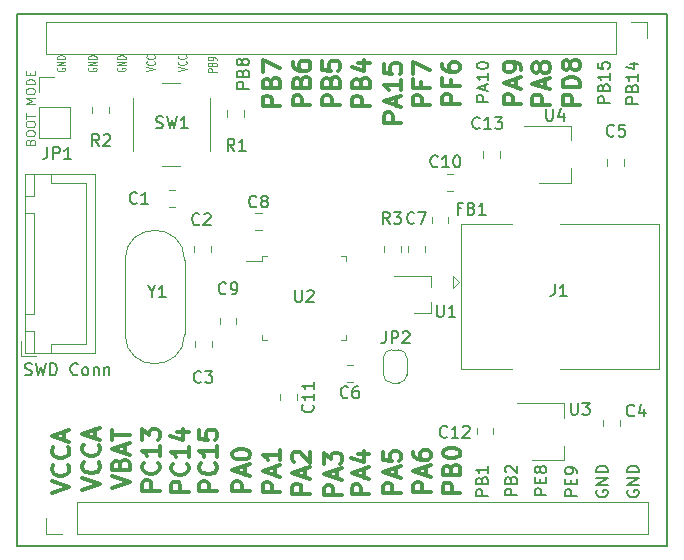
<source format=gto>
G04 #@! TF.GenerationSoftware,KiCad,Pcbnew,5.0.2-bee76a0~70~ubuntu18.04.1*
G04 #@! TF.CreationDate,2019-10-04T10:46:57+02:00*
G04 #@! TF.ProjectId,STM32F373_Dev_Board,53544d33-3246-4333-9733-5f4465765f42,rev?*
G04 #@! TF.SameCoordinates,PX9104060PY5859300*
G04 #@! TF.FileFunction,Legend,Top*
G04 #@! TF.FilePolarity,Positive*
%FSLAX46Y46*%
G04 Gerber Fmt 4.6, Leading zero omitted, Abs format (unit mm)*
G04 Created by KiCad (PCBNEW 5.0.2-bee76a0~70~ubuntu18.04.1) date Fr 04 Okt 2019 10:46:57 CEST*
%MOMM*%
%LPD*%
G01*
G04 APERTURE LIST*
%ADD10C,0.100000*%
%ADD11C,0.200000*%
%ADD12C,0.300000*%
%ADD13C,0.150000*%
%ADD14C,0.120000*%
G04 APERTURE END LIST*
D10*
X-50963572Y31850715D02*
X-50927858Y31957858D01*
X-50892143Y31993572D01*
X-50820715Y32029286D01*
X-50713572Y32029286D01*
X-50642143Y31993572D01*
X-50606429Y31957858D01*
X-50570715Y31886429D01*
X-50570715Y31600715D01*
X-51320715Y31600715D01*
X-51320715Y31850715D01*
X-51285000Y31922143D01*
X-51249286Y31957858D01*
X-51177858Y31993572D01*
X-51106429Y31993572D01*
X-51035000Y31957858D01*
X-50999286Y31922143D01*
X-50963572Y31850715D01*
X-50963572Y31600715D01*
X-51320715Y32493572D02*
X-51320715Y32636429D01*
X-51285000Y32707858D01*
X-51213572Y32779286D01*
X-51070715Y32815000D01*
X-50820715Y32815000D01*
X-50677858Y32779286D01*
X-50606429Y32707858D01*
X-50570715Y32636429D01*
X-50570715Y32493572D01*
X-50606429Y32422143D01*
X-50677858Y32350715D01*
X-50820715Y32315000D01*
X-51070715Y32315000D01*
X-51213572Y32350715D01*
X-51285000Y32422143D01*
X-51320715Y32493572D01*
X-51320715Y33279286D02*
X-51320715Y33422143D01*
X-51285000Y33493572D01*
X-51213572Y33565000D01*
X-51070715Y33600715D01*
X-50820715Y33600715D01*
X-50677858Y33565000D01*
X-50606429Y33493572D01*
X-50570715Y33422143D01*
X-50570715Y33279286D01*
X-50606429Y33207858D01*
X-50677858Y33136429D01*
X-50820715Y33100715D01*
X-51070715Y33100715D01*
X-51213572Y33136429D01*
X-51285000Y33207858D01*
X-51320715Y33279286D01*
X-51320715Y33815000D02*
X-51320715Y34243572D01*
X-50570715Y34029286D02*
X-51320715Y34029286D01*
X-50570715Y35065000D02*
X-51320715Y35065000D01*
X-50785000Y35315000D01*
X-51320715Y35565000D01*
X-50570715Y35565000D01*
X-51320715Y36065000D02*
X-51320715Y36207858D01*
X-51285000Y36279286D01*
X-51213572Y36350715D01*
X-51070715Y36386429D01*
X-50820715Y36386429D01*
X-50677858Y36350715D01*
X-50606429Y36279286D01*
X-50570715Y36207858D01*
X-50570715Y36065000D01*
X-50606429Y35993572D01*
X-50677858Y35922143D01*
X-50820715Y35886429D01*
X-51070715Y35886429D01*
X-51213572Y35922143D01*
X-51285000Y35993572D01*
X-51320715Y36065000D01*
X-50570715Y36707858D02*
X-51320715Y36707858D01*
X-51320715Y36886429D01*
X-51285000Y36993572D01*
X-51213572Y37065000D01*
X-51142143Y37100715D01*
X-50999286Y37136429D01*
X-50892143Y37136429D01*
X-50749286Y37100715D01*
X-50677858Y37065000D01*
X-50606429Y36993572D01*
X-50570715Y36886429D01*
X-50570715Y36707858D01*
X-50963572Y37457858D02*
X-50963572Y37707858D01*
X-50570715Y37815000D02*
X-50570715Y37457858D01*
X-51320715Y37457858D01*
X-51320715Y37815000D01*
X-48685000Y38109048D02*
X-48720715Y38061429D01*
X-48720715Y37990000D01*
X-48685000Y37918572D01*
X-48613572Y37870953D01*
X-48542143Y37847143D01*
X-48399286Y37823334D01*
X-48292143Y37823334D01*
X-48149286Y37847143D01*
X-48077858Y37870953D01*
X-48006429Y37918572D01*
X-47970715Y37990000D01*
X-47970715Y38037620D01*
X-48006429Y38109048D01*
X-48042143Y38132858D01*
X-48292143Y38132858D01*
X-48292143Y38037620D01*
X-47970715Y38347143D02*
X-48720715Y38347143D01*
X-47970715Y38632858D01*
X-48720715Y38632858D01*
X-47970715Y38870953D02*
X-48720715Y38870953D01*
X-48720715Y38990000D01*
X-48685000Y39061429D01*
X-48613572Y39109048D01*
X-48542143Y39132858D01*
X-48399286Y39156667D01*
X-48292143Y39156667D01*
X-48149286Y39132858D01*
X-48077858Y39109048D01*
X-48006429Y39061429D01*
X-47970715Y38990000D01*
X-47970715Y38870953D01*
X-46035000Y38109048D02*
X-46070715Y38061429D01*
X-46070715Y37990000D01*
X-46035000Y37918572D01*
X-45963572Y37870953D01*
X-45892143Y37847143D01*
X-45749286Y37823334D01*
X-45642143Y37823334D01*
X-45499286Y37847143D01*
X-45427858Y37870953D01*
X-45356429Y37918572D01*
X-45320715Y37990000D01*
X-45320715Y38037620D01*
X-45356429Y38109048D01*
X-45392143Y38132858D01*
X-45642143Y38132858D01*
X-45642143Y38037620D01*
X-45320715Y38347143D02*
X-46070715Y38347143D01*
X-45320715Y38632858D01*
X-46070715Y38632858D01*
X-45320715Y38870953D02*
X-46070715Y38870953D01*
X-46070715Y38990000D01*
X-46035000Y39061429D01*
X-45963572Y39109048D01*
X-45892143Y39132858D01*
X-45749286Y39156667D01*
X-45642143Y39156667D01*
X-45499286Y39132858D01*
X-45427858Y39109048D01*
X-45356429Y39061429D01*
X-45320715Y38990000D01*
X-45320715Y38870953D01*
X-43585000Y38109048D02*
X-43620715Y38061429D01*
X-43620715Y37990000D01*
X-43585000Y37918572D01*
X-43513572Y37870953D01*
X-43442143Y37847143D01*
X-43299286Y37823334D01*
X-43192143Y37823334D01*
X-43049286Y37847143D01*
X-42977858Y37870953D01*
X-42906429Y37918572D01*
X-42870715Y37990000D01*
X-42870715Y38037620D01*
X-42906429Y38109048D01*
X-42942143Y38132858D01*
X-43192143Y38132858D01*
X-43192143Y38037620D01*
X-42870715Y38347143D02*
X-43620715Y38347143D01*
X-42870715Y38632858D01*
X-43620715Y38632858D01*
X-42870715Y38870953D02*
X-43620715Y38870953D01*
X-43620715Y38990000D01*
X-43585000Y39061429D01*
X-43513572Y39109048D01*
X-43442143Y39132858D01*
X-43299286Y39156667D01*
X-43192143Y39156667D01*
X-43049286Y39132858D01*
X-42977858Y39109048D01*
X-42906429Y39061429D01*
X-42870715Y38990000D01*
X-42870715Y38870953D01*
X-41120715Y37873334D02*
X-40370715Y38040000D01*
X-41120715Y38206667D01*
X-40442143Y38659048D02*
X-40406429Y38635239D01*
X-40370715Y38563810D01*
X-40370715Y38516191D01*
X-40406429Y38444762D01*
X-40477858Y38397143D01*
X-40549286Y38373334D01*
X-40692143Y38349524D01*
X-40799286Y38349524D01*
X-40942143Y38373334D01*
X-41013572Y38397143D01*
X-41085000Y38444762D01*
X-41120715Y38516191D01*
X-41120715Y38563810D01*
X-41085000Y38635239D01*
X-41049286Y38659048D01*
X-40442143Y39159048D02*
X-40406429Y39135239D01*
X-40370715Y39063810D01*
X-40370715Y39016191D01*
X-40406429Y38944762D01*
X-40477858Y38897143D01*
X-40549286Y38873334D01*
X-40692143Y38849524D01*
X-40799286Y38849524D01*
X-40942143Y38873334D01*
X-41013572Y38897143D01*
X-41085000Y38944762D01*
X-41120715Y39016191D01*
X-41120715Y39063810D01*
X-41085000Y39135239D01*
X-41049286Y39159048D01*
X-38470715Y37873334D02*
X-37720715Y38040000D01*
X-38470715Y38206667D01*
X-37792143Y38659048D02*
X-37756429Y38635239D01*
X-37720715Y38563810D01*
X-37720715Y38516191D01*
X-37756429Y38444762D01*
X-37827858Y38397143D01*
X-37899286Y38373334D01*
X-38042143Y38349524D01*
X-38149286Y38349524D01*
X-38292143Y38373334D01*
X-38363572Y38397143D01*
X-38435000Y38444762D01*
X-38470715Y38516191D01*
X-38470715Y38563810D01*
X-38435000Y38635239D01*
X-38399286Y38659048D01*
X-37792143Y39159048D02*
X-37756429Y39135239D01*
X-37720715Y39063810D01*
X-37720715Y39016191D01*
X-37756429Y38944762D01*
X-37827858Y38897143D01*
X-37899286Y38873334D01*
X-38042143Y38849524D01*
X-38149286Y38849524D01*
X-38292143Y38873334D01*
X-38363572Y38897143D01*
X-38435000Y38944762D01*
X-38470715Y39016191D01*
X-38470715Y39063810D01*
X-38435000Y39135239D01*
X-38399286Y39159048D01*
X-35183215Y37770953D02*
X-35933215Y37770953D01*
X-35933215Y37961429D01*
X-35897500Y38009048D01*
X-35861786Y38032858D01*
X-35790358Y38056667D01*
X-35683215Y38056667D01*
X-35611786Y38032858D01*
X-35576072Y38009048D01*
X-35540358Y37961429D01*
X-35540358Y37770953D01*
X-35576072Y38437620D02*
X-35540358Y38509048D01*
X-35504643Y38532858D01*
X-35433215Y38556667D01*
X-35326072Y38556667D01*
X-35254643Y38532858D01*
X-35218929Y38509048D01*
X-35183215Y38461429D01*
X-35183215Y38270953D01*
X-35933215Y38270953D01*
X-35933215Y38437620D01*
X-35897500Y38485239D01*
X-35861786Y38509048D01*
X-35790358Y38532858D01*
X-35718929Y38532858D01*
X-35647500Y38509048D01*
X-35611786Y38485239D01*
X-35576072Y38437620D01*
X-35576072Y38270953D01*
X-35183215Y38794762D02*
X-35183215Y38890000D01*
X-35218929Y38937620D01*
X-35254643Y38961429D01*
X-35361786Y39009048D01*
X-35504643Y39032858D01*
X-35790358Y39032858D01*
X-35861786Y39009048D01*
X-35897500Y38985239D01*
X-35933215Y38937620D01*
X-35933215Y38842381D01*
X-35897500Y38794762D01*
X-35861786Y38770953D01*
X-35790358Y38747143D01*
X-35611786Y38747143D01*
X-35540358Y38770953D01*
X-35504643Y38794762D01*
X-35468929Y38842381D01*
X-35468929Y38937620D01*
X-35504643Y38985239D01*
X-35540358Y39009048D01*
X-35611786Y39032858D01*
D11*
X-32457620Y36351905D02*
X-33457620Y36351905D01*
X-33457620Y36732858D01*
X-33410000Y36828096D01*
X-33362381Y36875715D01*
X-33267143Y36923334D01*
X-33124286Y36923334D01*
X-33029048Y36875715D01*
X-32981429Y36828096D01*
X-32933810Y36732858D01*
X-32933810Y36351905D01*
X-32981429Y37685239D02*
X-32933810Y37828096D01*
X-32886191Y37875715D01*
X-32790953Y37923334D01*
X-32648096Y37923334D01*
X-32552858Y37875715D01*
X-32505239Y37828096D01*
X-32457620Y37732858D01*
X-32457620Y37351905D01*
X-33457620Y37351905D01*
X-33457620Y37685239D01*
X-33410000Y37780477D01*
X-33362381Y37828096D01*
X-33267143Y37875715D01*
X-33171905Y37875715D01*
X-33076667Y37828096D01*
X-33029048Y37780477D01*
X-32981429Y37685239D01*
X-32981429Y37351905D01*
X-33029048Y38494762D02*
X-33076667Y38399524D01*
X-33124286Y38351905D01*
X-33219524Y38304286D01*
X-33267143Y38304286D01*
X-33362381Y38351905D01*
X-33410000Y38399524D01*
X-33457620Y38494762D01*
X-33457620Y38685239D01*
X-33410000Y38780477D01*
X-33362381Y38828096D01*
X-33267143Y38875715D01*
X-33219524Y38875715D01*
X-33124286Y38828096D01*
X-33076667Y38780477D01*
X-33029048Y38685239D01*
X-33029048Y38494762D01*
X-32981429Y38399524D01*
X-32933810Y38351905D01*
X-32838572Y38304286D01*
X-32648096Y38304286D01*
X-32552858Y38351905D01*
X-32505239Y38399524D01*
X-32457620Y38494762D01*
X-32457620Y38685239D01*
X-32505239Y38780477D01*
X-32552858Y38828096D01*
X-32648096Y38875715D01*
X-32838572Y38875715D01*
X-32933810Y38828096D01*
X-32981429Y38780477D01*
X-33029048Y38685239D01*
X-1907620Y35125715D02*
X-2907620Y35125715D01*
X-2907620Y35506667D01*
X-2860000Y35601905D01*
X-2812381Y35649524D01*
X-2717143Y35697143D01*
X-2574286Y35697143D01*
X-2479048Y35649524D01*
X-2431429Y35601905D01*
X-2383810Y35506667D01*
X-2383810Y35125715D01*
X-2431429Y36459048D02*
X-2383810Y36601905D01*
X-2336191Y36649524D01*
X-2240953Y36697143D01*
X-2098096Y36697143D01*
X-2002858Y36649524D01*
X-1955239Y36601905D01*
X-1907620Y36506667D01*
X-1907620Y36125715D01*
X-2907620Y36125715D01*
X-2907620Y36459048D01*
X-2860000Y36554286D01*
X-2812381Y36601905D01*
X-2717143Y36649524D01*
X-2621905Y36649524D01*
X-2526667Y36601905D01*
X-2479048Y36554286D01*
X-2431429Y36459048D01*
X-2431429Y36125715D01*
X-1907620Y37649524D02*
X-1907620Y37078096D01*
X-1907620Y37363810D02*
X-2907620Y37363810D01*
X-2764762Y37268572D01*
X-2669524Y37173334D01*
X-2621905Y37078096D01*
X-2907620Y38554286D02*
X-2907620Y38078096D01*
X-2431429Y38030477D01*
X-2479048Y38078096D01*
X-2526667Y38173334D01*
X-2526667Y38411429D01*
X-2479048Y38506667D01*
X-2431429Y38554286D01*
X-2336191Y38601905D01*
X-2098096Y38601905D01*
X-2002858Y38554286D01*
X-1955239Y38506667D01*
X-1907620Y38411429D01*
X-1907620Y38173334D01*
X-1955239Y38078096D01*
X-2002858Y38030477D01*
D12*
X-29781429Y34882858D02*
X-31281429Y34882858D01*
X-31281429Y35454286D01*
X-31210000Y35597143D01*
X-31138572Y35668572D01*
X-30995715Y35740000D01*
X-30781429Y35740000D01*
X-30638572Y35668572D01*
X-30567143Y35597143D01*
X-30495715Y35454286D01*
X-30495715Y34882858D01*
X-30567143Y36882858D02*
X-30495715Y37097143D01*
X-30424286Y37168572D01*
X-30281429Y37240000D01*
X-30067143Y37240000D01*
X-29924286Y37168572D01*
X-29852858Y37097143D01*
X-29781429Y36954286D01*
X-29781429Y36382858D01*
X-31281429Y36382858D01*
X-31281429Y36882858D01*
X-31210000Y37025715D01*
X-31138572Y37097143D01*
X-30995715Y37168572D01*
X-30852858Y37168572D01*
X-30710000Y37097143D01*
X-30638572Y37025715D01*
X-30567143Y36882858D01*
X-30567143Y36382858D01*
X-31281429Y37740000D02*
X-31281429Y38740000D01*
X-29781429Y38097143D01*
X-27231429Y34932858D02*
X-28731429Y34932858D01*
X-28731429Y35504286D01*
X-28660000Y35647143D01*
X-28588572Y35718572D01*
X-28445715Y35790000D01*
X-28231429Y35790000D01*
X-28088572Y35718572D01*
X-28017143Y35647143D01*
X-27945715Y35504286D01*
X-27945715Y34932858D01*
X-28017143Y36932858D02*
X-27945715Y37147143D01*
X-27874286Y37218572D01*
X-27731429Y37290000D01*
X-27517143Y37290000D01*
X-27374286Y37218572D01*
X-27302858Y37147143D01*
X-27231429Y37004286D01*
X-27231429Y36432858D01*
X-28731429Y36432858D01*
X-28731429Y36932858D01*
X-28660000Y37075715D01*
X-28588572Y37147143D01*
X-28445715Y37218572D01*
X-28302858Y37218572D01*
X-28160000Y37147143D01*
X-28088572Y37075715D01*
X-28017143Y36932858D01*
X-28017143Y36432858D01*
X-28731429Y38575715D02*
X-28731429Y38290000D01*
X-28660000Y38147143D01*
X-28588572Y38075715D01*
X-28374286Y37932858D01*
X-28088572Y37861429D01*
X-27517143Y37861429D01*
X-27374286Y37932858D01*
X-27302858Y38004286D01*
X-27231429Y38147143D01*
X-27231429Y38432858D01*
X-27302858Y38575715D01*
X-27374286Y38647143D01*
X-27517143Y38718572D01*
X-27874286Y38718572D01*
X-28017143Y38647143D01*
X-28088572Y38575715D01*
X-28160000Y38432858D01*
X-28160000Y38147143D01*
X-28088572Y38004286D01*
X-28017143Y37932858D01*
X-27874286Y37861429D01*
X-24731429Y34932858D02*
X-26231429Y34932858D01*
X-26231429Y35504286D01*
X-26160000Y35647143D01*
X-26088572Y35718572D01*
X-25945715Y35790000D01*
X-25731429Y35790000D01*
X-25588572Y35718572D01*
X-25517143Y35647143D01*
X-25445715Y35504286D01*
X-25445715Y34932858D01*
X-25517143Y36932858D02*
X-25445715Y37147143D01*
X-25374286Y37218572D01*
X-25231429Y37290000D01*
X-25017143Y37290000D01*
X-24874286Y37218572D01*
X-24802858Y37147143D01*
X-24731429Y37004286D01*
X-24731429Y36432858D01*
X-26231429Y36432858D01*
X-26231429Y36932858D01*
X-26160000Y37075715D01*
X-26088572Y37147143D01*
X-25945715Y37218572D01*
X-25802858Y37218572D01*
X-25660000Y37147143D01*
X-25588572Y37075715D01*
X-25517143Y36932858D01*
X-25517143Y36432858D01*
X-26231429Y38647143D02*
X-26231429Y37932858D01*
X-25517143Y37861429D01*
X-25588572Y37932858D01*
X-25660000Y38075715D01*
X-25660000Y38432858D01*
X-25588572Y38575715D01*
X-25517143Y38647143D01*
X-25374286Y38718572D01*
X-25017143Y38718572D01*
X-24874286Y38647143D01*
X-24802858Y38575715D01*
X-24731429Y38432858D01*
X-24731429Y38075715D01*
X-24802858Y37932858D01*
X-24874286Y37861429D01*
X-22181429Y34882858D02*
X-23681429Y34882858D01*
X-23681429Y35454286D01*
X-23610000Y35597143D01*
X-23538572Y35668572D01*
X-23395715Y35740000D01*
X-23181429Y35740000D01*
X-23038572Y35668572D01*
X-22967143Y35597143D01*
X-22895715Y35454286D01*
X-22895715Y34882858D01*
X-22967143Y36882858D02*
X-22895715Y37097143D01*
X-22824286Y37168572D01*
X-22681429Y37240000D01*
X-22467143Y37240000D01*
X-22324286Y37168572D01*
X-22252858Y37097143D01*
X-22181429Y36954286D01*
X-22181429Y36382858D01*
X-23681429Y36382858D01*
X-23681429Y36882858D01*
X-23610000Y37025715D01*
X-23538572Y37097143D01*
X-23395715Y37168572D01*
X-23252858Y37168572D01*
X-23110000Y37097143D01*
X-23038572Y37025715D01*
X-22967143Y36882858D01*
X-22967143Y36382858D01*
X-23181429Y38525715D02*
X-22181429Y38525715D01*
X-23752858Y38168572D02*
X-22681429Y37811429D01*
X-22681429Y38740000D01*
X-19531429Y33475715D02*
X-21031429Y33475715D01*
X-21031429Y34047143D01*
X-20960000Y34190000D01*
X-20888572Y34261429D01*
X-20745715Y34332858D01*
X-20531429Y34332858D01*
X-20388572Y34261429D01*
X-20317143Y34190000D01*
X-20245715Y34047143D01*
X-20245715Y33475715D01*
X-19960000Y34904286D02*
X-19960000Y35618572D01*
X-19531429Y34761429D02*
X-21031429Y35261429D01*
X-19531429Y35761429D01*
X-19531429Y37047143D02*
X-19531429Y36190000D01*
X-19531429Y36618572D02*
X-21031429Y36618572D01*
X-20817143Y36475715D01*
X-20674286Y36332858D01*
X-20602858Y36190000D01*
X-21031429Y38404286D02*
X-21031429Y37690000D01*
X-20317143Y37618572D01*
X-20388572Y37690000D01*
X-20460000Y37832858D01*
X-20460000Y38190000D01*
X-20388572Y38332858D01*
X-20317143Y38404286D01*
X-20174286Y38475715D01*
X-19817143Y38475715D01*
X-19674286Y38404286D01*
X-19602858Y38332858D01*
X-19531429Y38190000D01*
X-19531429Y37832858D01*
X-19602858Y37690000D01*
X-19674286Y37618572D01*
X-17081429Y34940000D02*
X-18581429Y34940000D01*
X-18581429Y35511429D01*
X-18510000Y35654286D01*
X-18438572Y35725715D01*
X-18295715Y35797143D01*
X-18081429Y35797143D01*
X-17938572Y35725715D01*
X-17867143Y35654286D01*
X-17795715Y35511429D01*
X-17795715Y34940000D01*
X-17867143Y36940000D02*
X-17867143Y36440000D01*
X-17081429Y36440000D02*
X-18581429Y36440000D01*
X-18581429Y37154286D01*
X-18581429Y37582858D02*
X-18581429Y38582858D01*
X-17081429Y37940000D01*
X-14581429Y35040000D02*
X-16081429Y35040000D01*
X-16081429Y35611429D01*
X-16010000Y35754286D01*
X-15938572Y35825715D01*
X-15795715Y35897143D01*
X-15581429Y35897143D01*
X-15438572Y35825715D01*
X-15367143Y35754286D01*
X-15295715Y35611429D01*
X-15295715Y35040000D01*
X-15367143Y37040000D02*
X-15367143Y36540000D01*
X-14581429Y36540000D02*
X-16081429Y36540000D01*
X-16081429Y37254286D01*
X-16081429Y38468572D02*
X-16081429Y38182858D01*
X-16010000Y38040000D01*
X-15938572Y37968572D01*
X-15724286Y37825715D01*
X-15438572Y37754286D01*
X-14867143Y37754286D01*
X-14724286Y37825715D01*
X-14652858Y37897143D01*
X-14581429Y38040000D01*
X-14581429Y38325715D01*
X-14652858Y38468572D01*
X-14724286Y38540000D01*
X-14867143Y38611429D01*
X-15224286Y38611429D01*
X-15367143Y38540000D01*
X-15438572Y38468572D01*
X-15510000Y38325715D01*
X-15510000Y38040000D01*
X-15438572Y37897143D01*
X-15367143Y37825715D01*
X-15224286Y37754286D01*
D11*
X-12157620Y35247143D02*
X-13157620Y35247143D01*
X-13157620Y35628096D01*
X-13110000Y35723334D01*
X-13062381Y35770953D01*
X-12967143Y35818572D01*
X-12824286Y35818572D01*
X-12729048Y35770953D01*
X-12681429Y35723334D01*
X-12633810Y35628096D01*
X-12633810Y35247143D01*
X-12443334Y36199524D02*
X-12443334Y36675715D01*
X-12157620Y36104286D02*
X-13157620Y36437620D01*
X-12157620Y36770953D01*
X-12157620Y37628096D02*
X-12157620Y37056667D01*
X-12157620Y37342381D02*
X-13157620Y37342381D01*
X-13014762Y37247143D01*
X-12919524Y37151905D01*
X-12871905Y37056667D01*
X-13157620Y38247143D02*
X-13157620Y38342381D01*
X-13110000Y38437620D01*
X-13062381Y38485239D01*
X-12967143Y38532858D01*
X-12776667Y38580477D01*
X-12538572Y38580477D01*
X-12348096Y38532858D01*
X-12252858Y38485239D01*
X-12205239Y38437620D01*
X-12157620Y38342381D01*
X-12157620Y38247143D01*
X-12205239Y38151905D01*
X-12252858Y38104286D01*
X-12348096Y38056667D01*
X-12538572Y38009048D01*
X-12776667Y38009048D01*
X-12967143Y38056667D01*
X-13062381Y38104286D01*
X-13110000Y38151905D01*
X-13157620Y38247143D01*
D12*
X-9381429Y35040000D02*
X-10881429Y35040000D01*
X-10881429Y35611429D01*
X-10810000Y35754286D01*
X-10738572Y35825715D01*
X-10595715Y35897143D01*
X-10381429Y35897143D01*
X-10238572Y35825715D01*
X-10167143Y35754286D01*
X-10095715Y35611429D01*
X-10095715Y35040000D01*
X-9810000Y36468572D02*
X-9810000Y37182858D01*
X-9381429Y36325715D02*
X-10881429Y36825715D01*
X-9381429Y37325715D01*
X-9381429Y37897143D02*
X-9381429Y38182858D01*
X-9452858Y38325715D01*
X-9524286Y38397143D01*
X-9738572Y38540000D01*
X-10024286Y38611429D01*
X-10595715Y38611429D01*
X-10738572Y38540000D01*
X-10810000Y38468572D01*
X-10881429Y38325715D01*
X-10881429Y38040000D01*
X-10810000Y37897143D01*
X-10738572Y37825715D01*
X-10595715Y37754286D01*
X-10238572Y37754286D01*
X-10095715Y37825715D01*
X-10024286Y37897143D01*
X-9952858Y38040000D01*
X-9952858Y38325715D01*
X-10024286Y38468572D01*
X-10095715Y38540000D01*
X-10238572Y38611429D01*
X-6931429Y34990000D02*
X-8431429Y34990000D01*
X-8431429Y35561429D01*
X-8360000Y35704286D01*
X-8288572Y35775715D01*
X-8145715Y35847143D01*
X-7931429Y35847143D01*
X-7788572Y35775715D01*
X-7717143Y35704286D01*
X-7645715Y35561429D01*
X-7645715Y34990000D01*
X-7360000Y36418572D02*
X-7360000Y37132858D01*
X-6931429Y36275715D02*
X-8431429Y36775715D01*
X-6931429Y37275715D01*
X-7788572Y37990000D02*
X-7860000Y37847143D01*
X-7931429Y37775715D01*
X-8074286Y37704286D01*
X-8145715Y37704286D01*
X-8288572Y37775715D01*
X-8360000Y37847143D01*
X-8431429Y37990000D01*
X-8431429Y38275715D01*
X-8360000Y38418572D01*
X-8288572Y38490000D01*
X-8145715Y38561429D01*
X-8074286Y38561429D01*
X-7931429Y38490000D01*
X-7860000Y38418572D01*
X-7788572Y38275715D01*
X-7788572Y37990000D01*
X-7717143Y37847143D01*
X-7645715Y37775715D01*
X-7502858Y37704286D01*
X-7217143Y37704286D01*
X-7074286Y37775715D01*
X-7002858Y37847143D01*
X-6931429Y37990000D01*
X-6931429Y38275715D01*
X-7002858Y38418572D01*
X-7074286Y38490000D01*
X-7217143Y38561429D01*
X-7502858Y38561429D01*
X-7645715Y38490000D01*
X-7717143Y38418572D01*
X-7788572Y38275715D01*
X-4381429Y34982858D02*
X-5881429Y34982858D01*
X-5881429Y35554286D01*
X-5810000Y35697143D01*
X-5738572Y35768572D01*
X-5595715Y35840000D01*
X-5381429Y35840000D01*
X-5238572Y35768572D01*
X-5167143Y35697143D01*
X-5095715Y35554286D01*
X-5095715Y34982858D01*
X-4381429Y36482858D02*
X-5881429Y36482858D01*
X-5881429Y36840000D01*
X-5810000Y37054286D01*
X-5667143Y37197143D01*
X-5524286Y37268572D01*
X-5238572Y37340000D01*
X-5024286Y37340000D01*
X-4738572Y37268572D01*
X-4595715Y37197143D01*
X-4452858Y37054286D01*
X-4381429Y36840000D01*
X-4381429Y36482858D01*
X-5238572Y38197143D02*
X-5310000Y38054286D01*
X-5381429Y37982858D01*
X-5524286Y37911429D01*
X-5595715Y37911429D01*
X-5738572Y37982858D01*
X-5810000Y38054286D01*
X-5881429Y38197143D01*
X-5881429Y38482858D01*
X-5810000Y38625715D01*
X-5738572Y38697143D01*
X-5595715Y38768572D01*
X-5524286Y38768572D01*
X-5381429Y38697143D01*
X-5310000Y38625715D01*
X-5238572Y38482858D01*
X-5238572Y38197143D01*
X-5167143Y38054286D01*
X-5095715Y37982858D01*
X-4952858Y37911429D01*
X-4667143Y37911429D01*
X-4524286Y37982858D01*
X-4452858Y38054286D01*
X-4381429Y38197143D01*
X-4381429Y38482858D01*
X-4452858Y38625715D01*
X-4524286Y38697143D01*
X-4667143Y38768572D01*
X-4952858Y38768572D01*
X-5095715Y38697143D01*
X-5167143Y38625715D01*
X-5238572Y38482858D01*
D11*
X492380Y35075715D02*
X-507620Y35075715D01*
X-507620Y35456667D01*
X-460000Y35551905D01*
X-412381Y35599524D01*
X-317143Y35647143D01*
X-174286Y35647143D01*
X-79048Y35599524D01*
X-31429Y35551905D01*
X16190Y35456667D01*
X16190Y35075715D01*
X-31429Y36409048D02*
X16190Y36551905D01*
X63809Y36599524D01*
X159047Y36647143D01*
X301904Y36647143D01*
X397142Y36599524D01*
X444761Y36551905D01*
X492380Y36456667D01*
X492380Y36075715D01*
X-507620Y36075715D01*
X-507620Y36409048D01*
X-460000Y36504286D01*
X-412381Y36551905D01*
X-317143Y36599524D01*
X-221905Y36599524D01*
X-126667Y36551905D01*
X-79048Y36504286D01*
X-31429Y36409048D01*
X-31429Y36075715D01*
X492380Y37599524D02*
X492380Y37028096D01*
X492380Y37313810D02*
X-507620Y37313810D01*
X-364762Y37218572D01*
X-269524Y37123334D01*
X-221905Y37028096D01*
X-174286Y38456667D02*
X492380Y38456667D01*
X-555239Y38218572D02*
X159047Y37980477D01*
X159047Y38599524D01*
X-360000Y2328096D02*
X-407620Y2232858D01*
X-407620Y2090000D01*
X-360000Y1947143D01*
X-264762Y1851905D01*
X-169524Y1804286D01*
X20952Y1756667D01*
X163809Y1756667D01*
X354285Y1804286D01*
X449523Y1851905D01*
X544761Y1947143D01*
X592380Y2090000D01*
X592380Y2185239D01*
X544761Y2328096D01*
X497142Y2375715D01*
X163809Y2375715D01*
X163809Y2185239D01*
X592380Y2804286D02*
X-407620Y2804286D01*
X592380Y3375715D01*
X-407620Y3375715D01*
X592380Y3851905D02*
X-407620Y3851905D01*
X-407620Y4090000D01*
X-360000Y4232858D01*
X-264762Y4328096D01*
X-169524Y4375715D01*
X20952Y4423334D01*
X163809Y4423334D01*
X354285Y4375715D01*
X449523Y4328096D01*
X544761Y4232858D01*
X592380Y4090000D01*
X592380Y3851905D01*
X-3010000Y2328096D02*
X-3057620Y2232858D01*
X-3057620Y2090000D01*
X-3010000Y1947143D01*
X-2914762Y1851905D01*
X-2819524Y1804286D01*
X-2629048Y1756667D01*
X-2486191Y1756667D01*
X-2295715Y1804286D01*
X-2200477Y1851905D01*
X-2105239Y1947143D01*
X-2057620Y2090000D01*
X-2057620Y2185239D01*
X-2105239Y2328096D01*
X-2152858Y2375715D01*
X-2486191Y2375715D01*
X-2486191Y2185239D01*
X-2057620Y2804286D02*
X-3057620Y2804286D01*
X-2057620Y3375715D01*
X-3057620Y3375715D01*
X-2057620Y3851905D02*
X-3057620Y3851905D01*
X-3057620Y4090000D01*
X-3010000Y4232858D01*
X-2914762Y4328096D01*
X-2819524Y4375715D01*
X-2629048Y4423334D01*
X-2486191Y4423334D01*
X-2295715Y4375715D01*
X-2200477Y4328096D01*
X-2105239Y4232858D01*
X-2057620Y4090000D01*
X-2057620Y3851905D01*
X-4657620Y1849524D02*
X-5657620Y1849524D01*
X-5657620Y2230477D01*
X-5610000Y2325715D01*
X-5562381Y2373334D01*
X-5467143Y2420953D01*
X-5324286Y2420953D01*
X-5229048Y2373334D01*
X-5181429Y2325715D01*
X-5133810Y2230477D01*
X-5133810Y1849524D01*
X-5181429Y2849524D02*
X-5181429Y3182858D01*
X-4657620Y3325715D02*
X-4657620Y2849524D01*
X-5657620Y2849524D01*
X-5657620Y3325715D01*
X-4657620Y3801905D02*
X-4657620Y3992381D01*
X-4705239Y4087620D01*
X-4752858Y4135239D01*
X-4895715Y4230477D01*
X-5086191Y4278096D01*
X-5467143Y4278096D01*
X-5562381Y4230477D01*
X-5610000Y4182858D01*
X-5657620Y4087620D01*
X-5657620Y3897143D01*
X-5610000Y3801905D01*
X-5562381Y3754286D01*
X-5467143Y3706667D01*
X-5229048Y3706667D01*
X-5133810Y3754286D01*
X-5086191Y3801905D01*
X-5038572Y3897143D01*
X-5038572Y4087620D01*
X-5086191Y4182858D01*
X-5133810Y4230477D01*
X-5229048Y4278096D01*
X-7257620Y1949524D02*
X-8257620Y1949524D01*
X-8257620Y2330477D01*
X-8210000Y2425715D01*
X-8162381Y2473334D01*
X-8067143Y2520953D01*
X-7924286Y2520953D01*
X-7829048Y2473334D01*
X-7781429Y2425715D01*
X-7733810Y2330477D01*
X-7733810Y1949524D01*
X-7781429Y2949524D02*
X-7781429Y3282858D01*
X-7257620Y3425715D02*
X-7257620Y2949524D01*
X-8257620Y2949524D01*
X-8257620Y3425715D01*
X-7829048Y3997143D02*
X-7876667Y3901905D01*
X-7924286Y3854286D01*
X-8019524Y3806667D01*
X-8067143Y3806667D01*
X-8162381Y3854286D01*
X-8210000Y3901905D01*
X-8257620Y3997143D01*
X-8257620Y4187620D01*
X-8210000Y4282858D01*
X-8162381Y4330477D01*
X-8067143Y4378096D01*
X-8019524Y4378096D01*
X-7924286Y4330477D01*
X-7876667Y4282858D01*
X-7829048Y4187620D01*
X-7829048Y3997143D01*
X-7781429Y3901905D01*
X-7733810Y3854286D01*
X-7638572Y3806667D01*
X-7448096Y3806667D01*
X-7352858Y3854286D01*
X-7305239Y3901905D01*
X-7257620Y3997143D01*
X-7257620Y4187620D01*
X-7305239Y4282858D01*
X-7352858Y4330477D01*
X-7448096Y4378096D01*
X-7638572Y4378096D01*
X-7733810Y4330477D01*
X-7781429Y4282858D01*
X-7829048Y4187620D01*
X-9757620Y1901905D02*
X-10757620Y1901905D01*
X-10757620Y2282858D01*
X-10710000Y2378096D01*
X-10662381Y2425715D01*
X-10567143Y2473334D01*
X-10424286Y2473334D01*
X-10329048Y2425715D01*
X-10281429Y2378096D01*
X-10233810Y2282858D01*
X-10233810Y1901905D01*
X-10281429Y3235239D02*
X-10233810Y3378096D01*
X-10186191Y3425715D01*
X-10090953Y3473334D01*
X-9948096Y3473334D01*
X-9852858Y3425715D01*
X-9805239Y3378096D01*
X-9757620Y3282858D01*
X-9757620Y2901905D01*
X-10757620Y2901905D01*
X-10757620Y3235239D01*
X-10710000Y3330477D01*
X-10662381Y3378096D01*
X-10567143Y3425715D01*
X-10471905Y3425715D01*
X-10376667Y3378096D01*
X-10329048Y3330477D01*
X-10281429Y3235239D01*
X-10281429Y2901905D01*
X-10662381Y3854286D02*
X-10710000Y3901905D01*
X-10757620Y3997143D01*
X-10757620Y4235239D01*
X-10710000Y4330477D01*
X-10662381Y4378096D01*
X-10567143Y4425715D01*
X-10471905Y4425715D01*
X-10329048Y4378096D01*
X-9757620Y3806667D01*
X-9757620Y4425715D01*
X-12207620Y1851905D02*
X-13207620Y1851905D01*
X-13207620Y2232858D01*
X-13160000Y2328096D01*
X-13112381Y2375715D01*
X-13017143Y2423334D01*
X-12874286Y2423334D01*
X-12779048Y2375715D01*
X-12731429Y2328096D01*
X-12683810Y2232858D01*
X-12683810Y1851905D01*
X-12731429Y3185239D02*
X-12683810Y3328096D01*
X-12636191Y3375715D01*
X-12540953Y3423334D01*
X-12398096Y3423334D01*
X-12302858Y3375715D01*
X-12255239Y3328096D01*
X-12207620Y3232858D01*
X-12207620Y2851905D01*
X-13207620Y2851905D01*
X-13207620Y3185239D01*
X-13160000Y3280477D01*
X-13112381Y3328096D01*
X-13017143Y3375715D01*
X-12921905Y3375715D01*
X-12826667Y3328096D01*
X-12779048Y3280477D01*
X-12731429Y3185239D01*
X-12731429Y2851905D01*
X-12207620Y4375715D02*
X-12207620Y3804286D01*
X-12207620Y4090000D02*
X-13207620Y4090000D01*
X-13064762Y3994762D01*
X-12969524Y3899524D01*
X-12921905Y3804286D01*
D12*
X-14531429Y2132858D02*
X-16031429Y2132858D01*
X-16031429Y2704286D01*
X-15960000Y2847143D01*
X-15888572Y2918572D01*
X-15745715Y2990000D01*
X-15531429Y2990000D01*
X-15388572Y2918572D01*
X-15317143Y2847143D01*
X-15245715Y2704286D01*
X-15245715Y2132858D01*
X-15317143Y4132858D02*
X-15245715Y4347143D01*
X-15174286Y4418572D01*
X-15031429Y4490000D01*
X-14817143Y4490000D01*
X-14674286Y4418572D01*
X-14602858Y4347143D01*
X-14531429Y4204286D01*
X-14531429Y3632858D01*
X-16031429Y3632858D01*
X-16031429Y4132858D01*
X-15960000Y4275715D01*
X-15888572Y4347143D01*
X-15745715Y4418572D01*
X-15602858Y4418572D01*
X-15460000Y4347143D01*
X-15388572Y4275715D01*
X-15317143Y4132858D01*
X-15317143Y3632858D01*
X-16031429Y5418572D02*
X-16031429Y5561429D01*
X-15960000Y5704286D01*
X-15888572Y5775715D01*
X-15745715Y5847143D01*
X-15460000Y5918572D01*
X-15102858Y5918572D01*
X-14817143Y5847143D01*
X-14674286Y5775715D01*
X-14602858Y5704286D01*
X-14531429Y5561429D01*
X-14531429Y5418572D01*
X-14602858Y5275715D01*
X-14674286Y5204286D01*
X-14817143Y5132858D01*
X-15102858Y5061429D01*
X-15460000Y5061429D01*
X-15745715Y5132858D01*
X-15888572Y5204286D01*
X-15960000Y5275715D01*
X-16031429Y5418572D01*
X-17031429Y2190000D02*
X-18531429Y2190000D01*
X-18531429Y2761429D01*
X-18460000Y2904286D01*
X-18388572Y2975715D01*
X-18245715Y3047143D01*
X-18031429Y3047143D01*
X-17888572Y2975715D01*
X-17817143Y2904286D01*
X-17745715Y2761429D01*
X-17745715Y2190000D01*
X-17460000Y3618572D02*
X-17460000Y4332858D01*
X-17031429Y3475715D02*
X-18531429Y3975715D01*
X-17031429Y4475715D01*
X-18531429Y5618572D02*
X-18531429Y5332858D01*
X-18460000Y5190000D01*
X-18388572Y5118572D01*
X-18174286Y4975715D01*
X-17888572Y4904286D01*
X-17317143Y4904286D01*
X-17174286Y4975715D01*
X-17102858Y5047143D01*
X-17031429Y5190000D01*
X-17031429Y5475715D01*
X-17102858Y5618572D01*
X-17174286Y5690000D01*
X-17317143Y5761429D01*
X-17674286Y5761429D01*
X-17817143Y5690000D01*
X-17888572Y5618572D01*
X-17960000Y5475715D01*
X-17960000Y5190000D01*
X-17888572Y5047143D01*
X-17817143Y4975715D01*
X-17674286Y4904286D01*
X-19581429Y2090000D02*
X-21081429Y2090000D01*
X-21081429Y2661429D01*
X-21010000Y2804286D01*
X-20938572Y2875715D01*
X-20795715Y2947143D01*
X-20581429Y2947143D01*
X-20438572Y2875715D01*
X-20367143Y2804286D01*
X-20295715Y2661429D01*
X-20295715Y2090000D01*
X-20010000Y3518572D02*
X-20010000Y4232858D01*
X-19581429Y3375715D02*
X-21081429Y3875715D01*
X-19581429Y4375715D01*
X-21081429Y5590000D02*
X-21081429Y4875715D01*
X-20367143Y4804286D01*
X-20438572Y4875715D01*
X-20510000Y5018572D01*
X-20510000Y5375715D01*
X-20438572Y5518572D01*
X-20367143Y5590000D01*
X-20224286Y5661429D01*
X-19867143Y5661429D01*
X-19724286Y5590000D01*
X-19652858Y5518572D01*
X-19581429Y5375715D01*
X-19581429Y5018572D01*
X-19652858Y4875715D01*
X-19724286Y4804286D01*
X-22231429Y1990000D02*
X-23731429Y1990000D01*
X-23731429Y2561429D01*
X-23660000Y2704286D01*
X-23588572Y2775715D01*
X-23445715Y2847143D01*
X-23231429Y2847143D01*
X-23088572Y2775715D01*
X-23017143Y2704286D01*
X-22945715Y2561429D01*
X-22945715Y1990000D01*
X-22660000Y3418572D02*
X-22660000Y4132858D01*
X-22231429Y3275715D02*
X-23731429Y3775715D01*
X-22231429Y4275715D01*
X-23231429Y5418572D02*
X-22231429Y5418572D01*
X-23802858Y5061429D02*
X-22731429Y4704286D01*
X-22731429Y5632858D01*
X-24581429Y1940000D02*
X-26081429Y1940000D01*
X-26081429Y2511429D01*
X-26010000Y2654286D01*
X-25938572Y2725715D01*
X-25795715Y2797143D01*
X-25581429Y2797143D01*
X-25438572Y2725715D01*
X-25367143Y2654286D01*
X-25295715Y2511429D01*
X-25295715Y1940000D01*
X-25010000Y3368572D02*
X-25010000Y4082858D01*
X-24581429Y3225715D02*
X-26081429Y3725715D01*
X-24581429Y4225715D01*
X-26081429Y4582858D02*
X-26081429Y5511429D01*
X-25510000Y5011429D01*
X-25510000Y5225715D01*
X-25438572Y5368572D01*
X-25367143Y5440000D01*
X-25224286Y5511429D01*
X-24867143Y5511429D01*
X-24724286Y5440000D01*
X-24652858Y5368572D01*
X-24581429Y5225715D01*
X-24581429Y4797143D01*
X-24652858Y4654286D01*
X-24724286Y4582858D01*
X-27281429Y2042143D02*
X-28781429Y2042143D01*
X-28781429Y2613572D01*
X-28710000Y2756429D01*
X-28638572Y2827858D01*
X-28495715Y2899286D01*
X-28281429Y2899286D01*
X-28138572Y2827858D01*
X-28067143Y2756429D01*
X-27995715Y2613572D01*
X-27995715Y2042143D01*
X-27710000Y3470715D02*
X-27710000Y4185000D01*
X-27281429Y3327858D02*
X-28781429Y3827858D01*
X-27281429Y4327858D01*
X-28638572Y4756429D02*
X-28710000Y4827858D01*
X-28781429Y4970715D01*
X-28781429Y5327858D01*
X-28710000Y5470715D01*
X-28638572Y5542143D01*
X-28495715Y5613572D01*
X-28352858Y5613572D01*
X-28138572Y5542143D01*
X-27281429Y4685000D01*
X-27281429Y5613572D01*
X-29781429Y2190000D02*
X-31281429Y2190000D01*
X-31281429Y2761429D01*
X-31210000Y2904286D01*
X-31138572Y2975715D01*
X-30995715Y3047143D01*
X-30781429Y3047143D01*
X-30638572Y2975715D01*
X-30567143Y2904286D01*
X-30495715Y2761429D01*
X-30495715Y2190000D01*
X-30210000Y3618572D02*
X-30210000Y4332858D01*
X-29781429Y3475715D02*
X-31281429Y3975715D01*
X-29781429Y4475715D01*
X-29781429Y5761429D02*
X-29781429Y4904286D01*
X-29781429Y5332858D02*
X-31281429Y5332858D01*
X-31067143Y5190000D01*
X-30924286Y5047143D01*
X-30852858Y4904286D01*
X-32331429Y2240000D02*
X-33831429Y2240000D01*
X-33831429Y2811429D01*
X-33760000Y2954286D01*
X-33688572Y3025715D01*
X-33545715Y3097143D01*
X-33331429Y3097143D01*
X-33188572Y3025715D01*
X-33117143Y2954286D01*
X-33045715Y2811429D01*
X-33045715Y2240000D01*
X-32760000Y3668572D02*
X-32760000Y4382858D01*
X-32331429Y3525715D02*
X-33831429Y4025715D01*
X-32331429Y4525715D01*
X-33831429Y5311429D02*
X-33831429Y5454286D01*
X-33760000Y5597143D01*
X-33688572Y5668572D01*
X-33545715Y5740000D01*
X-33260000Y5811429D01*
X-32902858Y5811429D01*
X-32617143Y5740000D01*
X-32474286Y5668572D01*
X-32402858Y5597143D01*
X-32331429Y5454286D01*
X-32331429Y5311429D01*
X-32402858Y5168572D01*
X-32474286Y5097143D01*
X-32617143Y5025715D01*
X-32902858Y4954286D01*
X-33260000Y4954286D01*
X-33545715Y5025715D01*
X-33688572Y5097143D01*
X-33760000Y5168572D01*
X-33831429Y5311429D01*
X-35131429Y2268572D02*
X-36631429Y2268572D01*
X-36631429Y2840000D01*
X-36560000Y2982858D01*
X-36488572Y3054286D01*
X-36345715Y3125715D01*
X-36131429Y3125715D01*
X-35988572Y3054286D01*
X-35917143Y2982858D01*
X-35845715Y2840000D01*
X-35845715Y2268572D01*
X-35274286Y4625715D02*
X-35202858Y4554286D01*
X-35131429Y4340000D01*
X-35131429Y4197143D01*
X-35202858Y3982858D01*
X-35345715Y3840000D01*
X-35488572Y3768572D01*
X-35774286Y3697143D01*
X-35988572Y3697143D01*
X-36274286Y3768572D01*
X-36417143Y3840000D01*
X-36560000Y3982858D01*
X-36631429Y4197143D01*
X-36631429Y4340000D01*
X-36560000Y4554286D01*
X-36488572Y4625715D01*
X-35131429Y6054286D02*
X-35131429Y5197143D01*
X-35131429Y5625715D02*
X-36631429Y5625715D01*
X-36417143Y5482858D01*
X-36274286Y5340000D01*
X-36202858Y5197143D01*
X-36631429Y7411429D02*
X-36631429Y6697143D01*
X-35917143Y6625715D01*
X-35988572Y6697143D01*
X-36060000Y6840000D01*
X-36060000Y7197143D01*
X-35988572Y7340000D01*
X-35917143Y7411429D01*
X-35774286Y7482858D01*
X-35417143Y7482858D01*
X-35274286Y7411429D01*
X-35202858Y7340000D01*
X-35131429Y7197143D01*
X-35131429Y6840000D01*
X-35202858Y6697143D01*
X-35274286Y6625715D01*
X-37531429Y2218572D02*
X-39031429Y2218572D01*
X-39031429Y2790000D01*
X-38960000Y2932858D01*
X-38888572Y3004286D01*
X-38745715Y3075715D01*
X-38531429Y3075715D01*
X-38388572Y3004286D01*
X-38317143Y2932858D01*
X-38245715Y2790000D01*
X-38245715Y2218572D01*
X-37674286Y4575715D02*
X-37602858Y4504286D01*
X-37531429Y4290000D01*
X-37531429Y4147143D01*
X-37602858Y3932858D01*
X-37745715Y3790000D01*
X-37888572Y3718572D01*
X-38174286Y3647143D01*
X-38388572Y3647143D01*
X-38674286Y3718572D01*
X-38817143Y3790000D01*
X-38960000Y3932858D01*
X-39031429Y4147143D01*
X-39031429Y4290000D01*
X-38960000Y4504286D01*
X-38888572Y4575715D01*
X-37531429Y6004286D02*
X-37531429Y5147143D01*
X-37531429Y5575715D02*
X-39031429Y5575715D01*
X-38817143Y5432858D01*
X-38674286Y5290000D01*
X-38602858Y5147143D01*
X-38531429Y7290000D02*
X-37531429Y7290000D01*
X-39102858Y6932858D02*
X-38031429Y6575715D01*
X-38031429Y7504286D01*
X-39981429Y2318572D02*
X-41481429Y2318572D01*
X-41481429Y2890000D01*
X-41410000Y3032858D01*
X-41338572Y3104286D01*
X-41195715Y3175715D01*
X-40981429Y3175715D01*
X-40838572Y3104286D01*
X-40767143Y3032858D01*
X-40695715Y2890000D01*
X-40695715Y2318572D01*
X-40124286Y4675715D02*
X-40052858Y4604286D01*
X-39981429Y4390000D01*
X-39981429Y4247143D01*
X-40052858Y4032858D01*
X-40195715Y3890000D01*
X-40338572Y3818572D01*
X-40624286Y3747143D01*
X-40838572Y3747143D01*
X-41124286Y3818572D01*
X-41267143Y3890000D01*
X-41410000Y4032858D01*
X-41481429Y4247143D01*
X-41481429Y4390000D01*
X-41410000Y4604286D01*
X-41338572Y4675715D01*
X-39981429Y6104286D02*
X-39981429Y5247143D01*
X-39981429Y5675715D02*
X-41481429Y5675715D01*
X-41267143Y5532858D01*
X-41124286Y5390000D01*
X-41052858Y5247143D01*
X-41481429Y6604286D02*
X-41481429Y7532858D01*
X-40910000Y7032858D01*
X-40910000Y7247143D01*
X-40838572Y7390000D01*
X-40767143Y7461429D01*
X-40624286Y7532858D01*
X-40267143Y7532858D01*
X-40124286Y7461429D01*
X-40052858Y7390000D01*
X-39981429Y7247143D01*
X-39981429Y6818572D01*
X-40052858Y6675715D01*
X-40124286Y6604286D01*
X-44031429Y2525715D02*
X-42531429Y3025715D01*
X-44031429Y3525715D01*
X-43317143Y4525715D02*
X-43245715Y4740000D01*
X-43174286Y4811429D01*
X-43031429Y4882858D01*
X-42817143Y4882858D01*
X-42674286Y4811429D01*
X-42602858Y4740000D01*
X-42531429Y4597143D01*
X-42531429Y4025715D01*
X-44031429Y4025715D01*
X-44031429Y4525715D01*
X-43960000Y4668572D01*
X-43888572Y4740000D01*
X-43745715Y4811429D01*
X-43602858Y4811429D01*
X-43460000Y4740000D01*
X-43388572Y4668572D01*
X-43317143Y4525715D01*
X-43317143Y4025715D01*
X-42960000Y5454286D02*
X-42960000Y6168572D01*
X-42531429Y5311429D02*
X-44031429Y5811429D01*
X-42531429Y6311429D01*
X-44031429Y6597143D02*
X-44031429Y7454286D01*
X-42531429Y7025715D02*
X-44031429Y7025715D01*
X-46531429Y2347143D02*
X-45031429Y2847143D01*
X-46531429Y3347143D01*
X-45174286Y4704286D02*
X-45102858Y4632858D01*
X-45031429Y4418572D01*
X-45031429Y4275715D01*
X-45102858Y4061429D01*
X-45245715Y3918572D01*
X-45388572Y3847143D01*
X-45674286Y3775715D01*
X-45888572Y3775715D01*
X-46174286Y3847143D01*
X-46317143Y3918572D01*
X-46460000Y4061429D01*
X-46531429Y4275715D01*
X-46531429Y4418572D01*
X-46460000Y4632858D01*
X-46388572Y4704286D01*
X-45174286Y6204286D02*
X-45102858Y6132858D01*
X-45031429Y5918572D01*
X-45031429Y5775715D01*
X-45102858Y5561429D01*
X-45245715Y5418572D01*
X-45388572Y5347143D01*
X-45674286Y5275715D01*
X-45888572Y5275715D01*
X-46174286Y5347143D01*
X-46317143Y5418572D01*
X-46460000Y5561429D01*
X-46531429Y5775715D01*
X-46531429Y5918572D01*
X-46460000Y6132858D01*
X-46388572Y6204286D01*
X-45460000Y6775715D02*
X-45460000Y7490000D01*
X-45031429Y6632858D02*
X-46531429Y7132858D01*
X-45031429Y7632858D01*
X-49131429Y2147143D02*
X-47631429Y2647143D01*
X-49131429Y3147143D01*
X-47774286Y4504286D02*
X-47702858Y4432858D01*
X-47631429Y4218572D01*
X-47631429Y4075715D01*
X-47702858Y3861429D01*
X-47845715Y3718572D01*
X-47988572Y3647143D01*
X-48274286Y3575715D01*
X-48488572Y3575715D01*
X-48774286Y3647143D01*
X-48917143Y3718572D01*
X-49060000Y3861429D01*
X-49131429Y4075715D01*
X-49131429Y4218572D01*
X-49060000Y4432858D01*
X-48988572Y4504286D01*
X-47774286Y6004286D02*
X-47702858Y5932858D01*
X-47631429Y5718572D01*
X-47631429Y5575715D01*
X-47702858Y5361429D01*
X-47845715Y5218572D01*
X-47988572Y5147143D01*
X-48274286Y5075715D01*
X-48488572Y5075715D01*
X-48774286Y5147143D01*
X-48917143Y5218572D01*
X-49060000Y5361429D01*
X-49131429Y5575715D01*
X-49131429Y5718572D01*
X-49060000Y5932858D01*
X-48988572Y6004286D01*
X-48060000Y6575715D02*
X-48060000Y7290000D01*
X-47631429Y6432858D02*
X-49131429Y6932858D01*
X-47631429Y7432858D01*
D13*
X-52060000Y42640000D02*
X2940000Y42640000D01*
X-52060000Y-2360000D02*
X-52060000Y42640000D01*
X2940000Y-2360000D02*
X-52060000Y-2360000D01*
X2940000Y42640000D02*
X2940000Y-2360000D01*
D14*
G04 #@! TO.C,C1*
X-39196252Y27750000D02*
X-38673748Y27750000D01*
X-39196252Y26330000D02*
X-38673748Y26330000D01*
G04 #@! TO.C,C2*
X-37070000Y22478748D02*
X-37070000Y23001252D01*
X-35650000Y22478748D02*
X-35650000Y23001252D01*
G04 #@! TO.C,C3*
X-37020000Y14951252D02*
X-37020000Y14428748D01*
X-35600000Y14951252D02*
X-35600000Y14428748D01*
G04 #@! TO.C,C4*
X-1050000Y7753748D02*
X-1050000Y8276252D01*
X-2470000Y7753748D02*
X-2470000Y8276252D01*
G04 #@! TO.C,C5*
X-700000Y30351252D02*
X-700000Y29828748D01*
X-2120000Y30351252D02*
X-2120000Y29828748D01*
G04 #@! TO.C,C6*
X-23623748Y11530000D02*
X-24146252Y11530000D01*
X-23623748Y12950000D02*
X-24146252Y12950000D01*
G04 #@! TO.C,C7*
X-18970000Y22503748D02*
X-18970000Y23026252D01*
X-17550000Y22503748D02*
X-17550000Y23026252D01*
G04 #@! TO.C,C8*
X-31896252Y24380000D02*
X-31373748Y24380000D01*
X-31896252Y25800000D02*
X-31373748Y25800000D01*
G04 #@! TO.C,C9*
X-33500000Y16403748D02*
X-33500000Y16926252D01*
X-34920000Y16403748D02*
X-34920000Y16926252D01*
G04 #@! TO.C,C10*
X-15148748Y29100000D02*
X-15671252Y29100000D01*
X-15148748Y27680000D02*
X-15671252Y27680000D01*
G04 #@! TO.C,C11*
X-29770000Y10476252D02*
X-29770000Y9953748D01*
X-28350000Y10476252D02*
X-28350000Y9953748D01*
G04 #@! TO.C,C12*
X-13170000Y7078748D02*
X-13170000Y7601252D01*
X-11750000Y7078748D02*
X-11750000Y7601252D01*
G04 #@! TO.C,C13*
X-11200000Y30503748D02*
X-11200000Y31026252D01*
X-12620000Y30503748D02*
X-12620000Y31026252D01*
G04 #@! TO.C,FB1*
X-15550000Y25476252D02*
X-15550000Y24953748D01*
X-16970000Y25476252D02*
X-16970000Y24953748D01*
G04 #@! TO.C,J1*
X-10200000Y24900000D02*
X-14460000Y24900000D01*
X-14460000Y24900000D02*
X-14460000Y12580000D01*
X-14460000Y12580000D02*
X-10200000Y12580000D01*
X-6100000Y24900000D02*
X2260000Y24900000D01*
X2260000Y24900000D02*
X2260000Y12580000D01*
X2260000Y12580000D02*
X-6100000Y12580000D01*
X-14680000Y19990000D02*
X-15180000Y20490000D01*
X-15180000Y20490000D02*
X-15180000Y19490000D01*
X-15180000Y19490000D02*
X-14680000Y19990000D01*
G04 #@! TO.C,J3*
X1330000Y-1330000D02*
X1330000Y1330000D01*
X-46990000Y-1330000D02*
X1330000Y-1330000D01*
X-46990000Y1330000D02*
X1330000Y1330000D01*
X-46990000Y-1330000D02*
X-46990000Y1330000D01*
X-48260000Y-1330000D02*
X-49590000Y-1330000D01*
X-49590000Y-1330000D02*
X-49590000Y0D01*
G04 #@! TO.C,J4*
X1270000Y41970000D02*
X1270000Y40640000D01*
X-60000Y41970000D02*
X1270000Y41970000D01*
X-1330000Y41970000D02*
X-1330000Y39310000D01*
X-1330000Y39310000D02*
X-49650000Y39310000D01*
X-1330000Y41970000D02*
X-49650000Y41970000D01*
X-49650000Y41970000D02*
X-49650000Y39310000D01*
G04 #@! TO.C,JP1*
X-50240000Y32160000D02*
X-47580000Y32160000D01*
X-50240000Y34760000D02*
X-50240000Y32160000D01*
X-47580000Y34760000D02*
X-47580000Y32160000D01*
X-50240000Y34760000D02*
X-47580000Y34760000D01*
X-50240000Y36030000D02*
X-50240000Y37360000D01*
X-50240000Y37360000D02*
X-48910000Y37360000D01*
G04 #@! TO.C,JP2*
X-19060000Y12140000D02*
G75*
G02X-19760000Y11440000I-700000J0D01*
G01*
X-20360000Y11440000D02*
G75*
G02X-21060000Y12140000I0J700000D01*
G01*
X-21060000Y13540000D02*
G75*
G02X-20360000Y14240000I700000J0D01*
G01*
X-19760000Y14240000D02*
G75*
G02X-19060000Y13540000I0J-700000D01*
G01*
X-20360000Y14240000D02*
X-19760000Y14240000D01*
X-21060000Y12140000D02*
X-21060000Y13540000D01*
X-19760000Y11440000D02*
X-20360000Y11440000D01*
X-19060000Y13540000D02*
X-19060000Y12140000D01*
G04 #@! TO.C,R1*
X-32850000Y33978748D02*
X-32850000Y34501252D01*
X-34270000Y33978748D02*
X-34270000Y34501252D01*
G04 #@! TO.C,R2*
X-44300000Y34801252D02*
X-44300000Y34278748D01*
X-45720000Y34801252D02*
X-45720000Y34278748D01*
G04 #@! TO.C,R3*
X-19600000Y23051252D02*
X-19600000Y22528748D01*
X-21020000Y23051252D02*
X-21020000Y22528748D01*
G04 #@! TO.C,SW1*
X-35760000Y31040000D02*
X-35760000Y35540000D01*
X-39760000Y29790000D02*
X-38260000Y29790000D01*
X-42260000Y35540000D02*
X-42260000Y31040000D01*
X-38260000Y36790000D02*
X-39760000Y36790000D01*
G04 #@! TO.C,U1*
X-17000000Y17360000D02*
X-17000000Y18290000D01*
X-17000000Y20520000D02*
X-17000000Y19590000D01*
X-17000000Y20520000D02*
X-20160000Y20520000D01*
X-17000000Y17360000D02*
X-18460000Y17360000D01*
G04 #@! TO.C,U2*
X-24200000Y22200000D02*
X-24200000Y21780000D01*
X-24200000Y15080000D02*
X-24200000Y15500000D01*
X-31320000Y15080000D02*
X-31320000Y15500000D01*
X-31320000Y22200000D02*
X-30900000Y22200000D01*
X-24200000Y15080000D02*
X-24620000Y15080000D01*
X-24200000Y22200000D02*
X-24620000Y22200000D01*
X-31320000Y21780000D02*
X-32700000Y21780000D01*
X-31320000Y22200000D02*
X-31320000Y21780000D01*
X-31320000Y15080000D02*
X-30900000Y15080000D01*
G04 #@! TO.C,U3*
X-5780000Y9690000D02*
X-5780000Y8490000D01*
X-9780000Y9690000D02*
X-5780000Y9690000D01*
X-5780000Y4890000D02*
X-8480000Y4890000D01*
X-5780000Y6090000D02*
X-5780000Y4890000D01*
G04 #@! TO.C,U4*
X-5180000Y29590000D02*
X-5180000Y28390000D01*
X-5180000Y28390000D02*
X-7880000Y28390000D01*
X-9180000Y33190000D02*
X-5180000Y33190000D01*
X-5180000Y33190000D02*
X-5180000Y31990000D01*
G04 #@! TO.C,Y1*
X-37885000Y21825000D02*
X-37885000Y15575000D01*
X-42935000Y21825000D02*
X-42935000Y15575000D01*
X-42935000Y21825000D02*
G75*
G02X-37885000Y21825000I2525000J0D01*
G01*
X-42935000Y15575000D02*
G75*
G03X-37885000Y15575000I2525000J0D01*
G01*
G04 #@! TO.C,SWD Conn*
X-51420000Y13980000D02*
X-45450000Y13980000D01*
X-45450000Y13980000D02*
X-45450000Y29100000D01*
X-45450000Y29100000D02*
X-51420000Y29100000D01*
X-51420000Y29100000D02*
X-51420000Y13980000D01*
X-51410000Y17290000D02*
X-50660000Y17290000D01*
X-50660000Y17290000D02*
X-50660000Y25790000D01*
X-50660000Y25790000D02*
X-51410000Y25790000D01*
X-51410000Y25790000D02*
X-51410000Y17290000D01*
X-51410000Y13990000D02*
X-50660000Y13990000D01*
X-50660000Y13990000D02*
X-50660000Y15790000D01*
X-50660000Y15790000D02*
X-51410000Y15790000D01*
X-51410000Y15790000D02*
X-51410000Y13990000D01*
X-51410000Y27290000D02*
X-50660000Y27290000D01*
X-50660000Y27290000D02*
X-50660000Y29090000D01*
X-50660000Y29090000D02*
X-51410000Y29090000D01*
X-51410000Y29090000D02*
X-51410000Y27290000D01*
X-49160000Y13990000D02*
X-49160000Y14740000D01*
X-49160000Y14740000D02*
X-46210000Y14740000D01*
X-46210000Y14740000D02*
X-46210000Y21540000D01*
X-49160000Y29090000D02*
X-49160000Y28340000D01*
X-49160000Y28340000D02*
X-46210000Y28340000D01*
X-46210000Y28340000D02*
X-46210000Y21540000D01*
X-51710000Y14940000D02*
X-51710000Y13690000D01*
X-51710000Y13690000D02*
X-50460000Y13690000D01*
G04 #@! TD*
G04 #@! TO.C,C1*
D13*
X-41926667Y26682858D02*
X-41974286Y26635239D01*
X-42117143Y26587620D01*
X-42212381Y26587620D01*
X-42355239Y26635239D01*
X-42450477Y26730477D01*
X-42498096Y26825715D01*
X-42545715Y27016191D01*
X-42545715Y27159048D01*
X-42498096Y27349524D01*
X-42450477Y27444762D01*
X-42355239Y27540000D01*
X-42212381Y27587620D01*
X-42117143Y27587620D01*
X-41974286Y27540000D01*
X-41926667Y27492381D01*
X-40974286Y26587620D02*
X-41545715Y26587620D01*
X-41260000Y26587620D02*
X-41260000Y27587620D01*
X-41355239Y27444762D01*
X-41450477Y27349524D01*
X-41545715Y27301905D01*
G04 #@! TO.C,C2*
X-36626667Y24882858D02*
X-36674286Y24835239D01*
X-36817143Y24787620D01*
X-36912381Y24787620D01*
X-37055239Y24835239D01*
X-37150477Y24930477D01*
X-37198096Y25025715D01*
X-37245715Y25216191D01*
X-37245715Y25359048D01*
X-37198096Y25549524D01*
X-37150477Y25644762D01*
X-37055239Y25740000D01*
X-36912381Y25787620D01*
X-36817143Y25787620D01*
X-36674286Y25740000D01*
X-36626667Y25692381D01*
X-36245715Y25692381D02*
X-36198096Y25740000D01*
X-36102858Y25787620D01*
X-35864762Y25787620D01*
X-35769524Y25740000D01*
X-35721905Y25692381D01*
X-35674286Y25597143D01*
X-35674286Y25501905D01*
X-35721905Y25359048D01*
X-36293334Y24787620D01*
X-35674286Y24787620D01*
G04 #@! TO.C,C3*
X-36476667Y11532858D02*
X-36524286Y11485239D01*
X-36667143Y11437620D01*
X-36762381Y11437620D01*
X-36905239Y11485239D01*
X-37000477Y11580477D01*
X-37048096Y11675715D01*
X-37095715Y11866191D01*
X-37095715Y12009048D01*
X-37048096Y12199524D01*
X-37000477Y12294762D01*
X-36905239Y12390000D01*
X-36762381Y12437620D01*
X-36667143Y12437620D01*
X-36524286Y12390000D01*
X-36476667Y12342381D01*
X-36143334Y12437620D02*
X-35524286Y12437620D01*
X-35857620Y12056667D01*
X-35714762Y12056667D01*
X-35619524Y12009048D01*
X-35571905Y11961429D01*
X-35524286Y11866191D01*
X-35524286Y11628096D01*
X-35571905Y11532858D01*
X-35619524Y11485239D01*
X-35714762Y11437620D01*
X-36000477Y11437620D01*
X-36095715Y11485239D01*
X-36143334Y11532858D01*
G04 #@! TO.C,C4*
X173333Y8682858D02*
X125714Y8635239D01*
X-17143Y8587620D01*
X-112381Y8587620D01*
X-255239Y8635239D01*
X-350477Y8730477D01*
X-398096Y8825715D01*
X-445715Y9016191D01*
X-445715Y9159048D01*
X-398096Y9349524D01*
X-350477Y9444762D01*
X-255239Y9540000D01*
X-112381Y9587620D01*
X-17143Y9587620D01*
X125714Y9540000D01*
X173333Y9492381D01*
X1030476Y9254286D02*
X1030476Y8587620D01*
X792380Y9635239D02*
X554285Y8920953D01*
X1173333Y8920953D01*
G04 #@! TO.C,C5*
X-1526667Y32382858D02*
X-1574286Y32335239D01*
X-1717143Y32287620D01*
X-1812381Y32287620D01*
X-1955239Y32335239D01*
X-2050477Y32430477D01*
X-2098096Y32525715D01*
X-2145715Y32716191D01*
X-2145715Y32859048D01*
X-2098096Y33049524D01*
X-2050477Y33144762D01*
X-1955239Y33240000D01*
X-1812381Y33287620D01*
X-1717143Y33287620D01*
X-1574286Y33240000D01*
X-1526667Y33192381D01*
X-621905Y33287620D02*
X-1098096Y33287620D01*
X-1145715Y32811429D01*
X-1098096Y32859048D01*
X-1002858Y32906667D01*
X-764762Y32906667D01*
X-669524Y32859048D01*
X-621905Y32811429D01*
X-574286Y32716191D01*
X-574286Y32478096D01*
X-621905Y32382858D01*
X-669524Y32335239D01*
X-764762Y32287620D01*
X-1002858Y32287620D01*
X-1098096Y32335239D01*
X-1145715Y32382858D01*
G04 #@! TO.C,C6*
X-24051667Y10232858D02*
X-24099286Y10185239D01*
X-24242143Y10137620D01*
X-24337381Y10137620D01*
X-24480239Y10185239D01*
X-24575477Y10280477D01*
X-24623096Y10375715D01*
X-24670715Y10566191D01*
X-24670715Y10709048D01*
X-24623096Y10899524D01*
X-24575477Y10994762D01*
X-24480239Y11090000D01*
X-24337381Y11137620D01*
X-24242143Y11137620D01*
X-24099286Y11090000D01*
X-24051667Y11042381D01*
X-23194524Y11137620D02*
X-23385000Y11137620D01*
X-23480239Y11090000D01*
X-23527858Y11042381D01*
X-23623096Y10899524D01*
X-23670715Y10709048D01*
X-23670715Y10328096D01*
X-23623096Y10232858D01*
X-23575477Y10185239D01*
X-23480239Y10137620D01*
X-23289762Y10137620D01*
X-23194524Y10185239D01*
X-23146905Y10232858D01*
X-23099286Y10328096D01*
X-23099286Y10566191D01*
X-23146905Y10661429D01*
X-23194524Y10709048D01*
X-23289762Y10756667D01*
X-23480239Y10756667D01*
X-23575477Y10709048D01*
X-23623096Y10661429D01*
X-23670715Y10566191D01*
G04 #@! TO.C,C7*
X-18426667Y24982858D02*
X-18474286Y24935239D01*
X-18617143Y24887620D01*
X-18712381Y24887620D01*
X-18855239Y24935239D01*
X-18950477Y25030477D01*
X-18998096Y25125715D01*
X-19045715Y25316191D01*
X-19045715Y25459048D01*
X-18998096Y25649524D01*
X-18950477Y25744762D01*
X-18855239Y25840000D01*
X-18712381Y25887620D01*
X-18617143Y25887620D01*
X-18474286Y25840000D01*
X-18426667Y25792381D01*
X-18093334Y25887620D02*
X-17426667Y25887620D01*
X-17855239Y24887620D01*
G04 #@! TO.C,C8*
X-31801667Y26382858D02*
X-31849286Y26335239D01*
X-31992143Y26287620D01*
X-32087381Y26287620D01*
X-32230239Y26335239D01*
X-32325477Y26430477D01*
X-32373096Y26525715D01*
X-32420715Y26716191D01*
X-32420715Y26859048D01*
X-32373096Y27049524D01*
X-32325477Y27144762D01*
X-32230239Y27240000D01*
X-32087381Y27287620D01*
X-31992143Y27287620D01*
X-31849286Y27240000D01*
X-31801667Y27192381D01*
X-31230239Y26859048D02*
X-31325477Y26906667D01*
X-31373096Y26954286D01*
X-31420715Y27049524D01*
X-31420715Y27097143D01*
X-31373096Y27192381D01*
X-31325477Y27240000D01*
X-31230239Y27287620D01*
X-31039762Y27287620D01*
X-30944524Y27240000D01*
X-30896905Y27192381D01*
X-30849286Y27097143D01*
X-30849286Y27049524D01*
X-30896905Y26954286D01*
X-30944524Y26906667D01*
X-31039762Y26859048D01*
X-31230239Y26859048D01*
X-31325477Y26811429D01*
X-31373096Y26763810D01*
X-31420715Y26668572D01*
X-31420715Y26478096D01*
X-31373096Y26382858D01*
X-31325477Y26335239D01*
X-31230239Y26287620D01*
X-31039762Y26287620D01*
X-30944524Y26335239D01*
X-30896905Y26382858D01*
X-30849286Y26478096D01*
X-30849286Y26668572D01*
X-30896905Y26763810D01*
X-30944524Y26811429D01*
X-31039762Y26859048D01*
G04 #@! TO.C,C9*
X-34376667Y19032858D02*
X-34424286Y18985239D01*
X-34567143Y18937620D01*
X-34662381Y18937620D01*
X-34805239Y18985239D01*
X-34900477Y19080477D01*
X-34948096Y19175715D01*
X-34995715Y19366191D01*
X-34995715Y19509048D01*
X-34948096Y19699524D01*
X-34900477Y19794762D01*
X-34805239Y19890000D01*
X-34662381Y19937620D01*
X-34567143Y19937620D01*
X-34424286Y19890000D01*
X-34376667Y19842381D01*
X-33900477Y18937620D02*
X-33710000Y18937620D01*
X-33614762Y18985239D01*
X-33567143Y19032858D01*
X-33471905Y19175715D01*
X-33424286Y19366191D01*
X-33424286Y19747143D01*
X-33471905Y19842381D01*
X-33519524Y19890000D01*
X-33614762Y19937620D01*
X-33805239Y19937620D01*
X-33900477Y19890000D01*
X-33948096Y19842381D01*
X-33995715Y19747143D01*
X-33995715Y19509048D01*
X-33948096Y19413810D01*
X-33900477Y19366191D01*
X-33805239Y19318572D01*
X-33614762Y19318572D01*
X-33519524Y19366191D01*
X-33471905Y19413810D01*
X-33424286Y19509048D01*
G04 #@! TO.C,C10*
X-16452858Y29782858D02*
X-16500477Y29735239D01*
X-16643334Y29687620D01*
X-16738572Y29687620D01*
X-16881429Y29735239D01*
X-16976667Y29830477D01*
X-17024286Y29925715D01*
X-17071905Y30116191D01*
X-17071905Y30259048D01*
X-17024286Y30449524D01*
X-16976667Y30544762D01*
X-16881429Y30640000D01*
X-16738572Y30687620D01*
X-16643334Y30687620D01*
X-16500477Y30640000D01*
X-16452858Y30592381D01*
X-15500477Y29687620D02*
X-16071905Y29687620D01*
X-15786191Y29687620D02*
X-15786191Y30687620D01*
X-15881429Y30544762D01*
X-15976667Y30449524D01*
X-16071905Y30401905D01*
X-14881429Y30687620D02*
X-14786191Y30687620D01*
X-14690953Y30640000D01*
X-14643334Y30592381D01*
X-14595715Y30497143D01*
X-14548096Y30306667D01*
X-14548096Y30068572D01*
X-14595715Y29878096D01*
X-14643334Y29782858D01*
X-14690953Y29735239D01*
X-14786191Y29687620D01*
X-14881429Y29687620D01*
X-14976667Y29735239D01*
X-15024286Y29782858D01*
X-15071905Y29878096D01*
X-15119524Y30068572D01*
X-15119524Y30306667D01*
X-15071905Y30497143D01*
X-15024286Y30592381D01*
X-14976667Y30640000D01*
X-14881429Y30687620D01*
G04 #@! TO.C,C11*
X-27052858Y9572143D02*
X-27005239Y9524524D01*
X-26957620Y9381667D01*
X-26957620Y9286429D01*
X-27005239Y9143572D01*
X-27100477Y9048334D01*
X-27195715Y9000715D01*
X-27386191Y8953096D01*
X-27529048Y8953096D01*
X-27719524Y9000715D01*
X-27814762Y9048334D01*
X-27910000Y9143572D01*
X-27957620Y9286429D01*
X-27957620Y9381667D01*
X-27910000Y9524524D01*
X-27862381Y9572143D01*
X-26957620Y10524524D02*
X-26957620Y9953096D01*
X-26957620Y10238810D02*
X-27957620Y10238810D01*
X-27814762Y10143572D01*
X-27719524Y10048334D01*
X-27671905Y9953096D01*
X-26957620Y11476905D02*
X-26957620Y10905477D01*
X-26957620Y11191191D02*
X-27957620Y11191191D01*
X-27814762Y11095953D01*
X-27719524Y11000715D01*
X-27671905Y10905477D01*
G04 #@! TO.C,C12*
X-15652858Y6882858D02*
X-15700477Y6835239D01*
X-15843334Y6787620D01*
X-15938572Y6787620D01*
X-16081429Y6835239D01*
X-16176667Y6930477D01*
X-16224286Y7025715D01*
X-16271905Y7216191D01*
X-16271905Y7359048D01*
X-16224286Y7549524D01*
X-16176667Y7644762D01*
X-16081429Y7740000D01*
X-15938572Y7787620D01*
X-15843334Y7787620D01*
X-15700477Y7740000D01*
X-15652858Y7692381D01*
X-14700477Y6787620D02*
X-15271905Y6787620D01*
X-14986191Y6787620D02*
X-14986191Y7787620D01*
X-15081429Y7644762D01*
X-15176667Y7549524D01*
X-15271905Y7501905D01*
X-14319524Y7692381D02*
X-14271905Y7740000D01*
X-14176667Y7787620D01*
X-13938572Y7787620D01*
X-13843334Y7740000D01*
X-13795715Y7692381D01*
X-13748096Y7597143D01*
X-13748096Y7501905D01*
X-13795715Y7359048D01*
X-14367143Y6787620D01*
X-13748096Y6787620D01*
G04 #@! TO.C,C13*
X-12902858Y33032858D02*
X-12950477Y32985239D01*
X-13093334Y32937620D01*
X-13188572Y32937620D01*
X-13331429Y32985239D01*
X-13426667Y33080477D01*
X-13474286Y33175715D01*
X-13521905Y33366191D01*
X-13521905Y33509048D01*
X-13474286Y33699524D01*
X-13426667Y33794762D01*
X-13331429Y33890000D01*
X-13188572Y33937620D01*
X-13093334Y33937620D01*
X-12950477Y33890000D01*
X-12902858Y33842381D01*
X-11950477Y32937620D02*
X-12521905Y32937620D01*
X-12236191Y32937620D02*
X-12236191Y33937620D01*
X-12331429Y33794762D01*
X-12426667Y33699524D01*
X-12521905Y33651905D01*
X-11617143Y33937620D02*
X-10998096Y33937620D01*
X-11331429Y33556667D01*
X-11188572Y33556667D01*
X-11093334Y33509048D01*
X-11045715Y33461429D01*
X-10998096Y33366191D01*
X-10998096Y33128096D01*
X-11045715Y33032858D01*
X-11093334Y32985239D01*
X-11188572Y32937620D01*
X-11474286Y32937620D01*
X-11569524Y32985239D01*
X-11617143Y33032858D01*
G04 #@! TO.C,FB1*
X-14443334Y26211429D02*
X-14776667Y26211429D01*
X-14776667Y25687620D02*
X-14776667Y26687620D01*
X-14300477Y26687620D01*
X-13586191Y26211429D02*
X-13443334Y26163810D01*
X-13395715Y26116191D01*
X-13348096Y26020953D01*
X-13348096Y25878096D01*
X-13395715Y25782858D01*
X-13443334Y25735239D01*
X-13538572Y25687620D01*
X-13919524Y25687620D01*
X-13919524Y26687620D01*
X-13586191Y26687620D01*
X-13490953Y26640000D01*
X-13443334Y26592381D01*
X-13395715Y26497143D01*
X-13395715Y26401905D01*
X-13443334Y26306667D01*
X-13490953Y26259048D01*
X-13586191Y26211429D01*
X-13919524Y26211429D01*
X-12395715Y25687620D02*
X-12967143Y25687620D01*
X-12681429Y25687620D02*
X-12681429Y26687620D01*
X-12776667Y26544762D01*
X-12871905Y26449524D01*
X-12967143Y26401905D01*
G04 #@! TO.C,J1*
X-6543334Y19787620D02*
X-6543334Y19073334D01*
X-6590953Y18930477D01*
X-6686191Y18835239D01*
X-6829048Y18787620D01*
X-6924286Y18787620D01*
X-5543334Y18787620D02*
X-6114762Y18787620D01*
X-5829048Y18787620D02*
X-5829048Y19787620D01*
X-5924286Y19644762D01*
X-6019524Y19549524D01*
X-6114762Y19501905D01*
G04 #@! TO.C,JP1*
X-49493334Y31387620D02*
X-49493334Y30673334D01*
X-49540953Y30530477D01*
X-49636191Y30435239D01*
X-49779048Y30387620D01*
X-49874286Y30387620D01*
X-49017143Y30387620D02*
X-49017143Y31387620D01*
X-48636191Y31387620D01*
X-48540953Y31340000D01*
X-48493334Y31292381D01*
X-48445715Y31197143D01*
X-48445715Y31054286D01*
X-48493334Y30959048D01*
X-48540953Y30911429D01*
X-48636191Y30863810D01*
X-49017143Y30863810D01*
X-47493334Y30387620D02*
X-48064762Y30387620D01*
X-47779048Y30387620D02*
X-47779048Y31387620D01*
X-47874286Y31244762D01*
X-47969524Y31149524D01*
X-48064762Y31101905D01*
G04 #@! TO.C,JP2*
X-20843334Y15787620D02*
X-20843334Y15073334D01*
X-20890953Y14930477D01*
X-20986191Y14835239D01*
X-21129048Y14787620D01*
X-21224286Y14787620D01*
X-20367143Y14787620D02*
X-20367143Y15787620D01*
X-19986191Y15787620D01*
X-19890953Y15740000D01*
X-19843334Y15692381D01*
X-19795715Y15597143D01*
X-19795715Y15454286D01*
X-19843334Y15359048D01*
X-19890953Y15311429D01*
X-19986191Y15263810D01*
X-20367143Y15263810D01*
X-19414762Y15692381D02*
X-19367143Y15740000D01*
X-19271905Y15787620D01*
X-19033810Y15787620D01*
X-18938572Y15740000D01*
X-18890953Y15692381D01*
X-18843334Y15597143D01*
X-18843334Y15501905D01*
X-18890953Y15359048D01*
X-19462381Y14787620D01*
X-18843334Y14787620D01*
G04 #@! TO.C,R1*
X-33676667Y31087620D02*
X-34010000Y31563810D01*
X-34248096Y31087620D02*
X-34248096Y32087620D01*
X-33867143Y32087620D01*
X-33771905Y32040000D01*
X-33724286Y31992381D01*
X-33676667Y31897143D01*
X-33676667Y31754286D01*
X-33724286Y31659048D01*
X-33771905Y31611429D01*
X-33867143Y31563810D01*
X-34248096Y31563810D01*
X-32724286Y31087620D02*
X-33295715Y31087620D01*
X-33010000Y31087620D02*
X-33010000Y32087620D01*
X-33105239Y31944762D01*
X-33200477Y31849524D01*
X-33295715Y31801905D01*
G04 #@! TO.C,R2*
X-45126667Y31487620D02*
X-45460000Y31963810D01*
X-45698096Y31487620D02*
X-45698096Y32487620D01*
X-45317143Y32487620D01*
X-45221905Y32440000D01*
X-45174286Y32392381D01*
X-45126667Y32297143D01*
X-45126667Y32154286D01*
X-45174286Y32059048D01*
X-45221905Y32011429D01*
X-45317143Y31963810D01*
X-45698096Y31963810D01*
X-44745715Y32392381D02*
X-44698096Y32440000D01*
X-44602858Y32487620D01*
X-44364762Y32487620D01*
X-44269524Y32440000D01*
X-44221905Y32392381D01*
X-44174286Y32297143D01*
X-44174286Y32201905D01*
X-44221905Y32059048D01*
X-44793334Y31487620D01*
X-44174286Y31487620D01*
G04 #@! TO.C,R3*
X-20526667Y24887620D02*
X-20860000Y25363810D01*
X-21098096Y24887620D02*
X-21098096Y25887620D01*
X-20717143Y25887620D01*
X-20621905Y25840000D01*
X-20574286Y25792381D01*
X-20526667Y25697143D01*
X-20526667Y25554286D01*
X-20574286Y25459048D01*
X-20621905Y25411429D01*
X-20717143Y25363810D01*
X-21098096Y25363810D01*
X-20193334Y25887620D02*
X-19574286Y25887620D01*
X-19907620Y25506667D01*
X-19764762Y25506667D01*
X-19669524Y25459048D01*
X-19621905Y25411429D01*
X-19574286Y25316191D01*
X-19574286Y25078096D01*
X-19621905Y24982858D01*
X-19669524Y24935239D01*
X-19764762Y24887620D01*
X-20050477Y24887620D01*
X-20145715Y24935239D01*
X-20193334Y24982858D01*
G04 #@! TO.C,SW1*
X-40293334Y33035239D02*
X-40150477Y32987620D01*
X-39912381Y32987620D01*
X-39817143Y33035239D01*
X-39769524Y33082858D01*
X-39721905Y33178096D01*
X-39721905Y33273334D01*
X-39769524Y33368572D01*
X-39817143Y33416191D01*
X-39912381Y33463810D01*
X-40102858Y33511429D01*
X-40198096Y33559048D01*
X-40245715Y33606667D01*
X-40293334Y33701905D01*
X-40293334Y33797143D01*
X-40245715Y33892381D01*
X-40198096Y33940000D01*
X-40102858Y33987620D01*
X-39864762Y33987620D01*
X-39721905Y33940000D01*
X-39388572Y33987620D02*
X-39150477Y32987620D01*
X-38960000Y33701905D01*
X-38769524Y32987620D01*
X-38531429Y33987620D01*
X-37626667Y32987620D02*
X-38198096Y32987620D01*
X-37912381Y32987620D02*
X-37912381Y33987620D01*
X-38007620Y33844762D01*
X-38102858Y33749524D01*
X-38198096Y33701905D01*
G04 #@! TO.C,U1*
X-16521905Y18037620D02*
X-16521905Y17228096D01*
X-16474286Y17132858D01*
X-16426667Y17085239D01*
X-16331429Y17037620D01*
X-16140953Y17037620D01*
X-16045715Y17085239D01*
X-15998096Y17132858D01*
X-15950477Y17228096D01*
X-15950477Y18037620D01*
X-14950477Y17037620D02*
X-15521905Y17037620D01*
X-15236191Y17037620D02*
X-15236191Y18037620D01*
X-15331429Y17894762D01*
X-15426667Y17799524D01*
X-15521905Y17751905D01*
G04 #@! TO.C,U2*
X-28521905Y19287620D02*
X-28521905Y18478096D01*
X-28474286Y18382858D01*
X-28426667Y18335239D01*
X-28331429Y18287620D01*
X-28140953Y18287620D01*
X-28045715Y18335239D01*
X-27998096Y18382858D01*
X-27950477Y18478096D01*
X-27950477Y19287620D01*
X-27521905Y19192381D02*
X-27474286Y19240000D01*
X-27379048Y19287620D01*
X-27140953Y19287620D01*
X-27045715Y19240000D01*
X-26998096Y19192381D01*
X-26950477Y19097143D01*
X-26950477Y19001905D01*
X-26998096Y18859048D01*
X-27569524Y18287620D01*
X-26950477Y18287620D01*
G04 #@! TO.C,U3*
X-5171905Y9737620D02*
X-5171905Y8928096D01*
X-5124286Y8832858D01*
X-5076667Y8785239D01*
X-4981429Y8737620D01*
X-4790953Y8737620D01*
X-4695715Y8785239D01*
X-4648096Y8832858D01*
X-4600477Y8928096D01*
X-4600477Y9737620D01*
X-4219524Y9737620D02*
X-3600477Y9737620D01*
X-3933810Y9356667D01*
X-3790953Y9356667D01*
X-3695715Y9309048D01*
X-3648096Y9261429D01*
X-3600477Y9166191D01*
X-3600477Y8928096D01*
X-3648096Y8832858D01*
X-3695715Y8785239D01*
X-3790953Y8737620D01*
X-4076667Y8737620D01*
X-4171905Y8785239D01*
X-4219524Y8832858D01*
G04 #@! TO.C,U4*
X-7271905Y34637620D02*
X-7271905Y33828096D01*
X-7224286Y33732858D01*
X-7176667Y33685239D01*
X-7081429Y33637620D01*
X-6890953Y33637620D01*
X-6795715Y33685239D01*
X-6748096Y33732858D01*
X-6700477Y33828096D01*
X-6700477Y34637620D01*
X-5795715Y34304286D02*
X-5795715Y33637620D01*
X-6033810Y34685239D02*
X-6271905Y33970953D01*
X-5652858Y33970953D01*
G04 #@! TO.C,Y1*
X-40686191Y19163810D02*
X-40686191Y18687620D01*
X-41019524Y19687620D02*
X-40686191Y19163810D01*
X-40352858Y19687620D01*
X-39495715Y18687620D02*
X-40067143Y18687620D01*
X-39781429Y18687620D02*
X-39781429Y19687620D01*
X-39876667Y19544762D01*
X-39971905Y19449524D01*
X-40067143Y19401905D01*
G04 #@! TO.C,SWD Conn*
X-51405239Y12135239D02*
X-51262381Y12087620D01*
X-51024286Y12087620D01*
X-50929048Y12135239D01*
X-50881429Y12182858D01*
X-50833810Y12278096D01*
X-50833810Y12373334D01*
X-50881429Y12468572D01*
X-50929048Y12516191D01*
X-51024286Y12563810D01*
X-51214762Y12611429D01*
X-51310000Y12659048D01*
X-51357620Y12706667D01*
X-51405239Y12801905D01*
X-51405239Y12897143D01*
X-51357620Y12992381D01*
X-51310000Y13040000D01*
X-51214762Y13087620D01*
X-50976667Y13087620D01*
X-50833810Y13040000D01*
X-50500477Y13087620D02*
X-50262381Y12087620D01*
X-50071905Y12801905D01*
X-49881429Y12087620D01*
X-49643334Y13087620D01*
X-49262381Y12087620D02*
X-49262381Y13087620D01*
X-49024286Y13087620D01*
X-48881429Y13040000D01*
X-48786191Y12944762D01*
X-48738572Y12849524D01*
X-48690953Y12659048D01*
X-48690953Y12516191D01*
X-48738572Y12325715D01*
X-48786191Y12230477D01*
X-48881429Y12135239D01*
X-49024286Y12087620D01*
X-49262381Y12087620D01*
X-46929048Y12182858D02*
X-46976667Y12135239D01*
X-47119524Y12087620D01*
X-47214762Y12087620D01*
X-47357620Y12135239D01*
X-47452858Y12230477D01*
X-47500477Y12325715D01*
X-47548096Y12516191D01*
X-47548096Y12659048D01*
X-47500477Y12849524D01*
X-47452858Y12944762D01*
X-47357620Y13040000D01*
X-47214762Y13087620D01*
X-47119524Y13087620D01*
X-46976667Y13040000D01*
X-46929048Y12992381D01*
X-46357620Y12087620D02*
X-46452858Y12135239D01*
X-46500477Y12182858D01*
X-46548096Y12278096D01*
X-46548096Y12563810D01*
X-46500477Y12659048D01*
X-46452858Y12706667D01*
X-46357620Y12754286D01*
X-46214762Y12754286D01*
X-46119524Y12706667D01*
X-46071905Y12659048D01*
X-46024286Y12563810D01*
X-46024286Y12278096D01*
X-46071905Y12182858D01*
X-46119524Y12135239D01*
X-46214762Y12087620D01*
X-46357620Y12087620D01*
X-45595715Y12754286D02*
X-45595715Y12087620D01*
X-45595715Y12659048D02*
X-45548096Y12706667D01*
X-45452858Y12754286D01*
X-45310000Y12754286D01*
X-45214762Y12706667D01*
X-45167143Y12611429D01*
X-45167143Y12087620D01*
X-44690953Y12754286D02*
X-44690953Y12087620D01*
X-44690953Y12659048D02*
X-44643334Y12706667D01*
X-44548096Y12754286D01*
X-44405239Y12754286D01*
X-44310000Y12706667D01*
X-44262381Y12611429D01*
X-44262381Y12087620D01*
G04 #@! TD*
M02*

</source>
